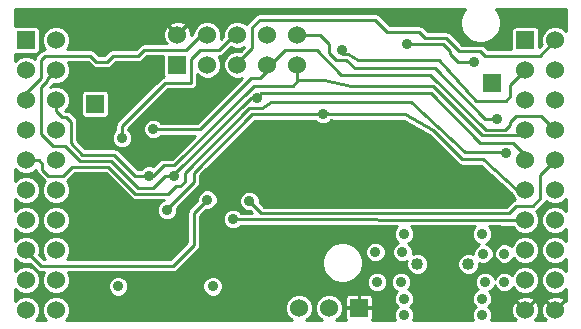
<source format=gbl>
G04 (created by PCBNEW (2013-07-07 BZR 4022)-stable) date 24/01/2014 09:21:15*
%MOIN*%
G04 Gerber Fmt 3.4, Leading zero omitted, Abs format*
%FSLAX34Y34*%
G01*
G70*
G90*
G04 APERTURE LIST*
%ADD10C,0.00590551*%
%ADD11R,0.06X0.06*%
%ADD12C,0.06*%
%ADD13C,0.04*%
%ADD14C,0.035*%
%ADD15C,0.01*%
%ADD16C,0.00984252*%
G04 APERTURE END LIST*
G54D10*
G54D11*
X81100Y-69900D03*
G54D12*
X80100Y-69900D03*
X79100Y-69900D03*
G54D11*
X70000Y-60984D03*
G54D12*
X71000Y-60984D03*
X70000Y-61984D03*
X71000Y-61984D03*
X70000Y-62984D03*
X71000Y-62984D03*
X70000Y-63984D03*
X71000Y-63984D03*
X70000Y-64984D03*
X71000Y-64984D03*
X70000Y-65984D03*
X71000Y-65984D03*
X70000Y-66984D03*
X71000Y-66984D03*
X70000Y-67984D03*
X71000Y-67984D03*
X70000Y-68984D03*
X71000Y-68984D03*
X70000Y-69984D03*
X71000Y-69984D03*
G54D11*
X86650Y-60984D03*
G54D12*
X87650Y-60984D03*
X86650Y-61984D03*
X87650Y-61984D03*
X86650Y-62984D03*
X87650Y-62984D03*
X86650Y-63984D03*
X87650Y-63984D03*
X86650Y-64984D03*
X87650Y-64984D03*
X86650Y-65984D03*
X87650Y-65984D03*
X86650Y-66984D03*
X87650Y-66984D03*
X86650Y-67984D03*
X87650Y-67984D03*
X86650Y-68984D03*
X87650Y-68984D03*
X86650Y-69984D03*
X87650Y-69984D03*
G54D11*
X85550Y-62400D03*
X75050Y-61800D03*
G54D12*
X75050Y-60800D03*
X76050Y-61800D03*
X76050Y-60800D03*
X77050Y-61800D03*
X77050Y-60800D03*
X78050Y-61800D03*
X78050Y-60800D03*
X79050Y-61800D03*
X79050Y-60800D03*
G54D11*
X72300Y-63100D03*
G54D13*
X83050Y-68450D03*
X84750Y-68450D03*
G54D14*
X73076Y-69191D03*
X76225Y-69191D03*
X73200Y-64250D03*
X80550Y-61300D03*
X85700Y-63600D03*
X86000Y-64750D03*
X76900Y-66950D03*
X74250Y-63950D03*
X77700Y-62900D03*
X74950Y-65500D03*
X74100Y-65500D03*
X79900Y-63450D03*
X74700Y-66650D03*
X84950Y-61700D03*
X82700Y-61100D03*
X76050Y-66300D03*
X77450Y-66350D03*
X72400Y-69500D03*
X77600Y-69500D03*
X77600Y-68500D03*
X71850Y-65550D03*
X77300Y-65050D03*
X77700Y-65450D03*
X71800Y-69500D03*
X72400Y-69000D03*
X77600Y-69000D03*
X78300Y-69500D03*
X83875Y-68550D03*
X77100Y-68200D03*
X78400Y-67600D03*
X73150Y-62700D03*
X72500Y-60550D03*
X72450Y-61300D03*
X76150Y-62975D03*
X80450Y-63900D03*
X82700Y-63900D03*
X85200Y-70150D03*
X85200Y-69600D03*
X81700Y-69050D03*
X82500Y-69050D03*
X82600Y-69600D03*
X82600Y-70150D03*
X82600Y-67450D03*
X85200Y-67450D03*
X85250Y-68100D03*
X85950Y-69050D03*
X85300Y-69050D03*
X85950Y-68100D03*
X82550Y-68050D03*
X81650Y-68050D03*
G54D15*
X76050Y-60800D02*
X75850Y-60800D01*
X72350Y-61700D02*
X72700Y-61700D01*
X72700Y-61700D02*
X72900Y-61500D01*
X72900Y-61500D02*
X73750Y-61500D01*
X72150Y-61500D02*
X72350Y-61700D01*
X70650Y-61500D02*
X72150Y-61500D01*
X70500Y-62250D02*
X70500Y-61650D01*
X70000Y-62750D02*
X70500Y-62250D01*
X70000Y-62750D02*
X70000Y-62984D01*
X70500Y-61650D02*
X70650Y-61500D01*
X73950Y-61300D02*
X73750Y-61500D01*
X75350Y-61300D02*
X73950Y-61300D01*
X75850Y-60800D02*
X75350Y-61300D01*
X77550Y-60650D02*
X77550Y-60550D01*
X87134Y-61500D02*
X87650Y-60984D01*
X85300Y-61500D02*
X87134Y-61500D01*
X85150Y-61350D02*
X85300Y-61500D01*
X84450Y-61350D02*
X85150Y-61350D01*
X84000Y-60900D02*
X84450Y-61350D01*
X83300Y-60900D02*
X84000Y-60900D01*
X83100Y-60700D02*
X83300Y-60900D01*
X82050Y-60700D02*
X83100Y-60700D01*
X81650Y-60300D02*
X82050Y-60700D01*
X77800Y-60300D02*
X81650Y-60300D01*
X77550Y-60550D02*
X77800Y-60300D01*
X77050Y-61800D02*
X77050Y-61750D01*
X77550Y-61250D02*
X77550Y-60650D01*
X77550Y-60650D02*
X77550Y-60630D01*
X77050Y-61750D02*
X77550Y-61250D01*
X75500Y-62400D02*
X74650Y-62400D01*
X76950Y-60800D02*
X76450Y-61300D01*
X76450Y-61300D02*
X75800Y-61300D01*
X75800Y-61300D02*
X75500Y-61600D01*
X75500Y-61600D02*
X75500Y-62400D01*
X76950Y-60800D02*
X77050Y-60800D01*
X73200Y-63850D02*
X73200Y-64250D01*
X74650Y-62400D02*
X73200Y-63850D01*
X81065Y-61634D02*
X83784Y-61634D01*
X86150Y-62484D02*
X86650Y-61984D01*
X86150Y-62850D02*
X86150Y-62484D01*
X86000Y-63000D02*
X86150Y-62850D01*
X85000Y-63000D02*
X86000Y-63000D01*
X83784Y-61634D02*
X85000Y-63000D01*
X80550Y-61300D02*
X80430Y-61300D01*
X80730Y-61450D02*
X81065Y-61634D01*
X80580Y-61450D02*
X80730Y-61450D01*
X80430Y-61300D02*
X80580Y-61450D01*
X81065Y-61634D02*
X81080Y-61650D01*
X79050Y-60800D02*
X79800Y-60800D01*
X83650Y-61900D02*
X80975Y-61900D01*
X83650Y-61900D02*
X85300Y-63600D01*
X85300Y-63600D02*
X85700Y-63600D01*
X80975Y-61900D02*
X80675Y-61650D01*
X80350Y-61650D02*
X80675Y-61650D01*
X80100Y-61400D02*
X80350Y-61650D01*
X80100Y-61100D02*
X80100Y-61400D01*
X79800Y-60800D02*
X80100Y-61100D01*
X85200Y-64700D02*
X85950Y-64700D01*
X82850Y-63050D02*
X84645Y-64700D01*
X84645Y-64700D02*
X85200Y-64700D01*
X75300Y-65550D02*
X75300Y-65400D01*
X78180Y-63050D02*
X81100Y-63050D01*
X77880Y-63250D02*
X78180Y-63050D01*
X77450Y-63250D02*
X77880Y-63250D01*
X75300Y-65400D02*
X77450Y-63250D01*
X81100Y-63050D02*
X82850Y-63050D01*
X85950Y-64700D02*
X86000Y-64750D01*
X70000Y-64984D02*
X70434Y-64984D01*
X75300Y-65700D02*
X75300Y-65550D01*
X75300Y-65550D02*
X75300Y-65533D01*
X75150Y-65850D02*
X75300Y-65700D01*
X75000Y-65850D02*
X75150Y-65850D01*
X74750Y-66100D02*
X75000Y-65850D01*
X73650Y-66100D02*
X74750Y-66100D01*
X72750Y-65200D02*
X73650Y-66100D01*
X71550Y-65200D02*
X72750Y-65200D01*
X71250Y-65500D02*
X71550Y-65200D01*
X70750Y-65500D02*
X71250Y-65500D01*
X70550Y-65300D02*
X70750Y-65500D01*
X70550Y-65100D02*
X70550Y-65300D01*
X70434Y-64984D02*
X70550Y-65100D01*
X76900Y-66950D02*
X86650Y-66984D01*
X79450Y-61300D02*
X79700Y-61300D01*
X78150Y-61800D02*
X78650Y-61300D01*
X78650Y-61300D02*
X79450Y-61300D01*
X78050Y-61800D02*
X78150Y-61800D01*
X87166Y-63500D02*
X87650Y-63984D01*
X86350Y-63500D02*
X87166Y-63500D01*
X86150Y-63700D02*
X86350Y-63500D01*
X86150Y-63800D02*
X86150Y-63700D01*
X85980Y-63969D02*
X86150Y-63800D01*
X85350Y-63969D02*
X85980Y-63969D01*
X83480Y-62150D02*
X85350Y-63969D01*
X80500Y-62150D02*
X83480Y-62150D01*
X79700Y-61300D02*
X80500Y-62150D01*
X78050Y-61800D02*
X78050Y-62000D01*
X75800Y-63950D02*
X74250Y-63950D01*
X77500Y-62250D02*
X75800Y-63950D01*
X77800Y-62250D02*
X77500Y-62250D01*
X78050Y-62000D02*
X77800Y-62250D01*
X74950Y-65500D02*
X74950Y-65450D01*
X77500Y-62900D02*
X77700Y-62900D01*
X74950Y-65450D02*
X77500Y-62900D01*
X86650Y-64984D02*
X86650Y-64800D01*
X86650Y-64800D02*
X86250Y-64400D01*
X86250Y-64400D02*
X85150Y-64400D01*
X85150Y-64400D02*
X83500Y-62750D01*
X83500Y-62750D02*
X77850Y-62750D01*
X77850Y-62750D02*
X77700Y-62900D01*
X70500Y-64100D02*
X70500Y-62550D01*
X74650Y-65500D02*
X74250Y-65900D01*
X74250Y-65900D02*
X73750Y-65900D01*
X73750Y-65900D02*
X72850Y-65000D01*
X72850Y-65000D02*
X71800Y-65000D01*
X71800Y-65000D02*
X71300Y-64500D01*
X71300Y-64500D02*
X70900Y-64500D01*
X70900Y-64500D02*
X70500Y-64100D01*
X74950Y-65500D02*
X74650Y-65500D01*
X70700Y-62284D02*
X71000Y-61984D01*
X70700Y-62350D02*
X70700Y-62284D01*
X70500Y-62550D02*
X70700Y-62350D01*
X74950Y-65500D02*
X75000Y-65500D01*
X80850Y-62500D02*
X79950Y-62300D01*
X86650Y-63984D02*
X86484Y-64150D01*
X85200Y-64150D02*
X86484Y-64150D01*
X83580Y-62530D02*
X85200Y-64150D01*
X80850Y-62500D02*
X83580Y-62530D01*
X79050Y-62310D02*
X79050Y-62350D01*
X79950Y-62300D02*
X79050Y-62310D01*
X74100Y-65500D02*
X74250Y-65500D01*
X79050Y-62350D02*
X79050Y-61800D01*
X78900Y-62500D02*
X79050Y-62350D01*
X77600Y-62500D02*
X78900Y-62500D01*
X74950Y-65150D02*
X77600Y-62500D01*
X74600Y-65150D02*
X74950Y-65150D01*
X74250Y-65500D02*
X74600Y-65150D01*
X79050Y-61800D02*
X79045Y-61800D01*
X71000Y-62984D02*
X71000Y-63350D01*
X73650Y-65500D02*
X74100Y-65500D01*
X72950Y-64800D02*
X73650Y-65500D01*
X71880Y-64800D02*
X72950Y-64800D01*
X71500Y-64419D02*
X71880Y-64800D01*
X71500Y-63700D02*
X71500Y-64419D01*
X71350Y-63550D02*
X71500Y-63700D01*
X71200Y-63550D02*
X71350Y-63550D01*
X71000Y-63350D02*
X71200Y-63550D01*
X74700Y-66650D02*
X74700Y-66600D01*
X78550Y-63450D02*
X79900Y-63450D01*
X77550Y-63450D02*
X78550Y-63450D01*
X75600Y-65400D02*
X77550Y-63450D01*
X75600Y-65700D02*
X75600Y-65400D01*
X74700Y-66600D02*
X75600Y-65700D01*
X86650Y-65984D02*
X86384Y-65984D01*
X80250Y-63450D02*
X82650Y-63450D01*
X79900Y-63450D02*
X79900Y-63430D01*
X79900Y-63430D02*
X80250Y-63450D01*
X82650Y-63450D02*
X83570Y-63979D01*
X84540Y-64950D02*
X83570Y-63979D01*
X85250Y-64950D02*
X84540Y-64950D01*
X86384Y-65984D02*
X85250Y-64950D01*
X82700Y-61100D02*
X83900Y-61100D01*
X84400Y-61700D02*
X84950Y-61700D01*
X84150Y-61450D02*
X84400Y-61700D01*
X84150Y-61350D02*
X84150Y-61450D01*
X83900Y-61100D02*
X84150Y-61350D01*
X70000Y-68000D02*
X70000Y-67984D01*
X70500Y-68500D02*
X74250Y-68500D01*
X70000Y-68000D02*
X70500Y-68500D01*
X74900Y-68500D02*
X74250Y-68500D01*
X75600Y-67800D02*
X74900Y-68500D01*
X75600Y-66750D02*
X75600Y-67800D01*
X76050Y-66300D02*
X75600Y-66750D01*
X78200Y-66750D02*
X77850Y-66750D01*
X86350Y-66500D02*
X86100Y-66750D01*
X86100Y-66750D02*
X78200Y-66750D01*
X87650Y-64984D02*
X87150Y-65484D01*
X87150Y-66250D02*
X87150Y-65484D01*
X86900Y-66500D02*
X87150Y-66250D01*
X86900Y-66500D02*
X86350Y-66500D01*
X77850Y-66750D02*
X77450Y-66350D01*
X77800Y-68200D02*
X77100Y-68200D01*
X78400Y-67600D02*
X77800Y-68200D01*
X73150Y-62700D02*
X73150Y-63375D01*
X72500Y-61250D02*
X72500Y-60550D01*
X72450Y-61300D02*
X72500Y-61250D01*
X74675Y-62975D02*
X76150Y-62975D01*
X73775Y-63875D02*
X74675Y-62975D01*
X73775Y-64300D02*
X73775Y-63875D01*
X73475Y-64600D02*
X73775Y-64300D01*
X73000Y-64600D02*
X73475Y-64600D01*
X72825Y-64425D02*
X73000Y-64600D01*
X72825Y-63700D02*
X72825Y-64425D01*
X73150Y-63375D02*
X72825Y-63700D01*
X80450Y-63900D02*
X82700Y-63900D01*
G54D10*
G36*
X77283Y-61209D02*
X77155Y-61337D01*
X77143Y-61332D01*
X76957Y-61332D01*
X76785Y-61403D01*
X76654Y-61534D01*
X76582Y-61706D01*
X76582Y-61892D01*
X76653Y-62064D01*
X76784Y-62195D01*
X76956Y-62267D01*
X77142Y-62267D01*
X77198Y-62244D01*
X75709Y-63732D01*
X74516Y-63732D01*
X74444Y-63659D01*
X74318Y-63607D01*
X74182Y-63607D01*
X74056Y-63659D01*
X73959Y-63755D01*
X73907Y-63881D01*
X73907Y-64017D01*
X73959Y-64143D01*
X74055Y-64240D01*
X74181Y-64292D01*
X74317Y-64292D01*
X74443Y-64240D01*
X74516Y-64167D01*
X75625Y-64167D01*
X74859Y-64932D01*
X74600Y-64932D01*
X74516Y-64949D01*
X74446Y-64996D01*
X74446Y-64996D01*
X74446Y-64996D01*
X74250Y-65191D01*
X74168Y-65157D01*
X74032Y-65157D01*
X73906Y-65209D01*
X73833Y-65282D01*
X73740Y-65282D01*
X73103Y-64646D01*
X73033Y-64599D01*
X72950Y-64582D01*
X72767Y-64582D01*
X72767Y-63366D01*
X72767Y-62766D01*
X72741Y-62705D01*
X72694Y-62658D01*
X72633Y-62632D01*
X72566Y-62632D01*
X71966Y-62632D01*
X71905Y-62658D01*
X71858Y-62705D01*
X71832Y-62766D01*
X71832Y-62833D01*
X71832Y-63433D01*
X71858Y-63494D01*
X71905Y-63541D01*
X71966Y-63567D01*
X72033Y-63567D01*
X72633Y-63567D01*
X72694Y-63541D01*
X72741Y-63494D01*
X72767Y-63433D01*
X72767Y-63366D01*
X72767Y-64582D01*
X71970Y-64582D01*
X71717Y-64329D01*
X71717Y-63700D01*
X71700Y-63616D01*
X71700Y-63616D01*
X71653Y-63546D01*
X71503Y-63396D01*
X71433Y-63349D01*
X71350Y-63332D01*
X71312Y-63332D01*
X71395Y-63249D01*
X71467Y-63077D01*
X71467Y-62891D01*
X71396Y-62719D01*
X71265Y-62588D01*
X71093Y-62516D01*
X70907Y-62516D01*
X70793Y-62563D01*
X70853Y-62503D01*
X70892Y-62445D01*
X70906Y-62451D01*
X71092Y-62451D01*
X71264Y-62380D01*
X71395Y-62249D01*
X71467Y-62077D01*
X71467Y-61891D01*
X71396Y-61719D01*
X71394Y-61717D01*
X72059Y-61717D01*
X72196Y-61853D01*
X72266Y-61900D01*
X72266Y-61900D01*
X72350Y-61917D01*
X72700Y-61917D01*
X72783Y-61900D01*
X72783Y-61900D01*
X72853Y-61853D01*
X72990Y-61717D01*
X73750Y-61717D01*
X73833Y-61700D01*
X73833Y-61700D01*
X73903Y-61653D01*
X74040Y-61517D01*
X74582Y-61517D01*
X74582Y-61533D01*
X74582Y-62133D01*
X74606Y-62191D01*
X74566Y-62199D01*
X74496Y-62246D01*
X73046Y-63696D01*
X72999Y-63766D01*
X72982Y-63850D01*
X72982Y-63983D01*
X72909Y-64055D01*
X72857Y-64181D01*
X72857Y-64317D01*
X72909Y-64443D01*
X73005Y-64540D01*
X73131Y-64592D01*
X73267Y-64592D01*
X73393Y-64540D01*
X73490Y-64444D01*
X73542Y-64318D01*
X73542Y-64182D01*
X73490Y-64056D01*
X73417Y-63983D01*
X73417Y-63940D01*
X74740Y-62617D01*
X75500Y-62617D01*
X75583Y-62600D01*
X75653Y-62553D01*
X75700Y-62483D01*
X75717Y-62400D01*
X75717Y-62128D01*
X75784Y-62195D01*
X75956Y-62267D01*
X76142Y-62267D01*
X76314Y-62196D01*
X76445Y-62065D01*
X76517Y-61893D01*
X76517Y-61707D01*
X76446Y-61535D01*
X76428Y-61517D01*
X76450Y-61517D01*
X76533Y-61500D01*
X76533Y-61500D01*
X76603Y-61453D01*
X76838Y-61218D01*
X76956Y-61267D01*
X77142Y-61267D01*
X77283Y-61209D01*
X77283Y-61209D01*
G37*
G54D16*
X77283Y-61209D02*
X77155Y-61337D01*
X77143Y-61332D01*
X76957Y-61332D01*
X76785Y-61403D01*
X76654Y-61534D01*
X76582Y-61706D01*
X76582Y-61892D01*
X76653Y-62064D01*
X76784Y-62195D01*
X76956Y-62267D01*
X77142Y-62267D01*
X77198Y-62244D01*
X75709Y-63732D01*
X74516Y-63732D01*
X74444Y-63659D01*
X74318Y-63607D01*
X74182Y-63607D01*
X74056Y-63659D01*
X73959Y-63755D01*
X73907Y-63881D01*
X73907Y-64017D01*
X73959Y-64143D01*
X74055Y-64240D01*
X74181Y-64292D01*
X74317Y-64292D01*
X74443Y-64240D01*
X74516Y-64167D01*
X75625Y-64167D01*
X74859Y-64932D01*
X74600Y-64932D01*
X74516Y-64949D01*
X74446Y-64996D01*
X74446Y-64996D01*
X74446Y-64996D01*
X74250Y-65191D01*
X74168Y-65157D01*
X74032Y-65157D01*
X73906Y-65209D01*
X73833Y-65282D01*
X73740Y-65282D01*
X73103Y-64646D01*
X73033Y-64599D01*
X72950Y-64582D01*
X72767Y-64582D01*
X72767Y-63366D01*
X72767Y-62766D01*
X72741Y-62705D01*
X72694Y-62658D01*
X72633Y-62632D01*
X72566Y-62632D01*
X71966Y-62632D01*
X71905Y-62658D01*
X71858Y-62705D01*
X71832Y-62766D01*
X71832Y-62833D01*
X71832Y-63433D01*
X71858Y-63494D01*
X71905Y-63541D01*
X71966Y-63567D01*
X72033Y-63567D01*
X72633Y-63567D01*
X72694Y-63541D01*
X72741Y-63494D01*
X72767Y-63433D01*
X72767Y-63366D01*
X72767Y-64582D01*
X71970Y-64582D01*
X71717Y-64329D01*
X71717Y-63700D01*
X71700Y-63616D01*
X71700Y-63616D01*
X71653Y-63546D01*
X71503Y-63396D01*
X71433Y-63349D01*
X71350Y-63332D01*
X71312Y-63332D01*
X71395Y-63249D01*
X71467Y-63077D01*
X71467Y-62891D01*
X71396Y-62719D01*
X71265Y-62588D01*
X71093Y-62516D01*
X70907Y-62516D01*
X70793Y-62563D01*
X70853Y-62503D01*
X70892Y-62445D01*
X70906Y-62451D01*
X71092Y-62451D01*
X71264Y-62380D01*
X71395Y-62249D01*
X71467Y-62077D01*
X71467Y-61891D01*
X71396Y-61719D01*
X71394Y-61717D01*
X72059Y-61717D01*
X72196Y-61853D01*
X72266Y-61900D01*
X72266Y-61900D01*
X72350Y-61917D01*
X72700Y-61917D01*
X72783Y-61900D01*
X72783Y-61900D01*
X72853Y-61853D01*
X72990Y-61717D01*
X73750Y-61717D01*
X73833Y-61700D01*
X73833Y-61700D01*
X73903Y-61653D01*
X74040Y-61517D01*
X74582Y-61517D01*
X74582Y-61533D01*
X74582Y-62133D01*
X74606Y-62191D01*
X74566Y-62199D01*
X74496Y-62246D01*
X73046Y-63696D01*
X72999Y-63766D01*
X72982Y-63850D01*
X72982Y-63983D01*
X72909Y-64055D01*
X72857Y-64181D01*
X72857Y-64317D01*
X72909Y-64443D01*
X73005Y-64540D01*
X73131Y-64592D01*
X73267Y-64592D01*
X73393Y-64540D01*
X73490Y-64444D01*
X73542Y-64318D01*
X73542Y-64182D01*
X73490Y-64056D01*
X73417Y-63983D01*
X73417Y-63940D01*
X74740Y-62617D01*
X75500Y-62617D01*
X75583Y-62600D01*
X75653Y-62553D01*
X75700Y-62483D01*
X75717Y-62400D01*
X75717Y-62128D01*
X75784Y-62195D01*
X75956Y-62267D01*
X76142Y-62267D01*
X76314Y-62196D01*
X76445Y-62065D01*
X76517Y-61893D01*
X76517Y-61707D01*
X76446Y-61535D01*
X76428Y-61517D01*
X76450Y-61517D01*
X76533Y-61500D01*
X76533Y-61500D01*
X76603Y-61453D01*
X76838Y-61218D01*
X76956Y-61267D01*
X77142Y-61267D01*
X77283Y-61209D01*
G54D10*
G36*
X88003Y-60676D02*
X87915Y-60588D01*
X87743Y-60516D01*
X87557Y-60516D01*
X87385Y-60587D01*
X87254Y-60718D01*
X87182Y-60890D01*
X87182Y-61076D01*
X87202Y-61124D01*
X87117Y-61209D01*
X87117Y-60650D01*
X87091Y-60589D01*
X87044Y-60542D01*
X86983Y-60516D01*
X86916Y-60516D01*
X86316Y-60516D01*
X86255Y-60542D01*
X86208Y-60589D01*
X86182Y-60650D01*
X86182Y-60717D01*
X86182Y-61282D01*
X85390Y-61282D01*
X85303Y-61196D01*
X85233Y-61149D01*
X85150Y-61132D01*
X84540Y-61132D01*
X84153Y-60746D01*
X84083Y-60699D01*
X84000Y-60682D01*
X83390Y-60682D01*
X83253Y-60546D01*
X83183Y-60499D01*
X83100Y-60482D01*
X82140Y-60482D01*
X81803Y-60146D01*
X81733Y-60099D01*
X81650Y-60082D01*
X77800Y-60082D01*
X77716Y-60099D01*
X77646Y-60146D01*
X77396Y-60396D01*
X77360Y-60449D01*
X77315Y-60404D01*
X77143Y-60332D01*
X76957Y-60332D01*
X76785Y-60403D01*
X76654Y-60534D01*
X76582Y-60706D01*
X76582Y-60860D01*
X76494Y-60948D01*
X76517Y-60893D01*
X76517Y-60707D01*
X76446Y-60535D01*
X76315Y-60404D01*
X76143Y-60332D01*
X75957Y-60332D01*
X75785Y-60403D01*
X75654Y-60534D01*
X75582Y-60706D01*
X75582Y-60759D01*
X75516Y-60825D01*
X75518Y-60715D01*
X75451Y-60542D01*
X75441Y-60527D01*
X75364Y-60499D01*
X75350Y-60513D01*
X75350Y-60485D01*
X75322Y-60408D01*
X75151Y-60334D01*
X74965Y-60331D01*
X74792Y-60398D01*
X74777Y-60408D01*
X74749Y-60485D01*
X75050Y-60786D01*
X75350Y-60485D01*
X75350Y-60513D01*
X75063Y-60800D01*
X75069Y-60805D01*
X75055Y-60819D01*
X75050Y-60813D01*
X75044Y-60819D01*
X75030Y-60805D01*
X75036Y-60800D01*
X74735Y-60499D01*
X74658Y-60527D01*
X74584Y-60698D01*
X74581Y-60884D01*
X74648Y-61057D01*
X74658Y-61072D01*
X74687Y-61082D01*
X73950Y-61082D01*
X73866Y-61099D01*
X73796Y-61146D01*
X73659Y-61282D01*
X72900Y-61282D01*
X72816Y-61299D01*
X72746Y-61346D01*
X72609Y-61482D01*
X72440Y-61482D01*
X72303Y-61346D01*
X72233Y-61299D01*
X72150Y-61282D01*
X71362Y-61282D01*
X71395Y-61249D01*
X71467Y-61077D01*
X71467Y-60891D01*
X71396Y-60719D01*
X71265Y-60588D01*
X71093Y-60516D01*
X70907Y-60516D01*
X70735Y-60587D01*
X70604Y-60718D01*
X70532Y-60890D01*
X70532Y-61076D01*
X70603Y-61248D01*
X70639Y-61284D01*
X70566Y-61299D01*
X70496Y-61346D01*
X70346Y-61496D01*
X70299Y-61566D01*
X70290Y-61613D01*
X70265Y-61588D01*
X70093Y-61516D01*
X69907Y-61516D01*
X69735Y-61587D01*
X69646Y-61676D01*
X69646Y-61443D01*
X69666Y-61451D01*
X69733Y-61451D01*
X70333Y-61451D01*
X70394Y-61425D01*
X70441Y-61378D01*
X70467Y-61317D01*
X70467Y-61250D01*
X70467Y-60650D01*
X70441Y-60589D01*
X70394Y-60542D01*
X70333Y-60516D01*
X70266Y-60516D01*
X69666Y-60516D01*
X69646Y-60524D01*
X69646Y-59946D01*
X84626Y-59946D01*
X84524Y-60098D01*
X84524Y-60099D01*
X84494Y-60170D01*
X84456Y-60361D01*
X84456Y-60400D01*
X84456Y-60438D01*
X84494Y-60629D01*
X84524Y-60700D01*
X84524Y-60701D01*
X84632Y-60862D01*
X84686Y-60917D01*
X84687Y-60917D01*
X84848Y-61025D01*
X84849Y-61025D01*
X84920Y-61055D01*
X85110Y-61092D01*
X85111Y-61093D01*
X85188Y-61093D01*
X85379Y-61055D01*
X85450Y-61025D01*
X85451Y-61025D01*
X85612Y-60917D01*
X85667Y-60863D01*
X85667Y-60862D01*
X85775Y-60701D01*
X85775Y-60700D01*
X85805Y-60629D01*
X85842Y-60438D01*
X85842Y-60438D01*
X85842Y-60438D01*
X85842Y-60438D01*
X85842Y-60400D01*
X85842Y-60361D01*
X85842Y-60361D01*
X85842Y-60361D01*
X85842Y-60361D01*
X85805Y-60170D01*
X85775Y-60099D01*
X85775Y-60098D01*
X85673Y-59946D01*
X88003Y-59946D01*
X88003Y-60676D01*
X88003Y-60676D01*
G37*
G54D16*
X88003Y-60676D02*
X87915Y-60588D01*
X87743Y-60516D01*
X87557Y-60516D01*
X87385Y-60587D01*
X87254Y-60718D01*
X87182Y-60890D01*
X87182Y-61076D01*
X87202Y-61124D01*
X87117Y-61209D01*
X87117Y-60650D01*
X87091Y-60589D01*
X87044Y-60542D01*
X86983Y-60516D01*
X86916Y-60516D01*
X86316Y-60516D01*
X86255Y-60542D01*
X86208Y-60589D01*
X86182Y-60650D01*
X86182Y-60717D01*
X86182Y-61282D01*
X85390Y-61282D01*
X85303Y-61196D01*
X85233Y-61149D01*
X85150Y-61132D01*
X84540Y-61132D01*
X84153Y-60746D01*
X84083Y-60699D01*
X84000Y-60682D01*
X83390Y-60682D01*
X83253Y-60546D01*
X83183Y-60499D01*
X83100Y-60482D01*
X82140Y-60482D01*
X81803Y-60146D01*
X81733Y-60099D01*
X81650Y-60082D01*
X77800Y-60082D01*
X77716Y-60099D01*
X77646Y-60146D01*
X77396Y-60396D01*
X77360Y-60449D01*
X77315Y-60404D01*
X77143Y-60332D01*
X76957Y-60332D01*
X76785Y-60403D01*
X76654Y-60534D01*
X76582Y-60706D01*
X76582Y-60860D01*
X76494Y-60948D01*
X76517Y-60893D01*
X76517Y-60707D01*
X76446Y-60535D01*
X76315Y-60404D01*
X76143Y-60332D01*
X75957Y-60332D01*
X75785Y-60403D01*
X75654Y-60534D01*
X75582Y-60706D01*
X75582Y-60759D01*
X75516Y-60825D01*
X75518Y-60715D01*
X75451Y-60542D01*
X75441Y-60527D01*
X75364Y-60499D01*
X75350Y-60513D01*
X75350Y-60485D01*
X75322Y-60408D01*
X75151Y-60334D01*
X74965Y-60331D01*
X74792Y-60398D01*
X74777Y-60408D01*
X74749Y-60485D01*
X75050Y-60786D01*
X75350Y-60485D01*
X75350Y-60513D01*
X75063Y-60800D01*
X75069Y-60805D01*
X75055Y-60819D01*
X75050Y-60813D01*
X75044Y-60819D01*
X75030Y-60805D01*
X75036Y-60800D01*
X74735Y-60499D01*
X74658Y-60527D01*
X74584Y-60698D01*
X74581Y-60884D01*
X74648Y-61057D01*
X74658Y-61072D01*
X74687Y-61082D01*
X73950Y-61082D01*
X73866Y-61099D01*
X73796Y-61146D01*
X73659Y-61282D01*
X72900Y-61282D01*
X72816Y-61299D01*
X72746Y-61346D01*
X72609Y-61482D01*
X72440Y-61482D01*
X72303Y-61346D01*
X72233Y-61299D01*
X72150Y-61282D01*
X71362Y-61282D01*
X71395Y-61249D01*
X71467Y-61077D01*
X71467Y-60891D01*
X71396Y-60719D01*
X71265Y-60588D01*
X71093Y-60516D01*
X70907Y-60516D01*
X70735Y-60587D01*
X70604Y-60718D01*
X70532Y-60890D01*
X70532Y-61076D01*
X70603Y-61248D01*
X70639Y-61284D01*
X70566Y-61299D01*
X70496Y-61346D01*
X70346Y-61496D01*
X70299Y-61566D01*
X70290Y-61613D01*
X70265Y-61588D01*
X70093Y-61516D01*
X69907Y-61516D01*
X69735Y-61587D01*
X69646Y-61676D01*
X69646Y-61443D01*
X69666Y-61451D01*
X69733Y-61451D01*
X70333Y-61451D01*
X70394Y-61425D01*
X70441Y-61378D01*
X70467Y-61317D01*
X70467Y-61250D01*
X70467Y-60650D01*
X70441Y-60589D01*
X70394Y-60542D01*
X70333Y-60516D01*
X70266Y-60516D01*
X69666Y-60516D01*
X69646Y-60524D01*
X69646Y-59946D01*
X84626Y-59946D01*
X84524Y-60098D01*
X84524Y-60099D01*
X84494Y-60170D01*
X84456Y-60361D01*
X84456Y-60400D01*
X84456Y-60438D01*
X84494Y-60629D01*
X84524Y-60700D01*
X84524Y-60701D01*
X84632Y-60862D01*
X84686Y-60917D01*
X84687Y-60917D01*
X84848Y-61025D01*
X84849Y-61025D01*
X84920Y-61055D01*
X85110Y-61092D01*
X85111Y-61093D01*
X85188Y-61093D01*
X85379Y-61055D01*
X85450Y-61025D01*
X85451Y-61025D01*
X85612Y-60917D01*
X85667Y-60863D01*
X85667Y-60862D01*
X85775Y-60701D01*
X85775Y-60700D01*
X85805Y-60629D01*
X85842Y-60438D01*
X85842Y-60438D01*
X85842Y-60438D01*
X85842Y-60438D01*
X85842Y-60400D01*
X85842Y-60361D01*
X85842Y-60361D01*
X85842Y-60361D01*
X85842Y-60361D01*
X85805Y-60170D01*
X85775Y-60099D01*
X85775Y-60098D01*
X85673Y-59946D01*
X88003Y-59946D01*
X88003Y-60676D01*
G54D10*
G36*
X88003Y-69697D02*
X87964Y-69683D01*
X87950Y-69697D01*
X87950Y-69669D01*
X87922Y-69592D01*
X87751Y-69518D01*
X87565Y-69515D01*
X87392Y-69582D01*
X87377Y-69592D01*
X87349Y-69669D01*
X87650Y-69970D01*
X87950Y-69669D01*
X87950Y-69697D01*
X87663Y-69984D01*
X87669Y-69989D01*
X87655Y-70003D01*
X87650Y-69997D01*
X87644Y-70003D01*
X87636Y-69995D01*
X87630Y-69989D01*
X87636Y-69984D01*
X87335Y-69683D01*
X87258Y-69711D01*
X87184Y-69882D01*
X87181Y-70068D01*
X87248Y-70241D01*
X87258Y-70256D01*
X87335Y-70284D01*
X87316Y-70303D01*
X87118Y-70303D01*
X86983Y-70303D01*
X86964Y-70284D01*
X87041Y-70256D01*
X87115Y-70085D01*
X87118Y-69899D01*
X87051Y-69726D01*
X87041Y-69711D01*
X86964Y-69683D01*
X86950Y-69697D01*
X86950Y-69669D01*
X86922Y-69592D01*
X86751Y-69518D01*
X86565Y-69515D01*
X86392Y-69582D01*
X86377Y-69592D01*
X86349Y-69669D01*
X86650Y-69970D01*
X86950Y-69669D01*
X86950Y-69697D01*
X86663Y-69984D01*
X86669Y-69989D01*
X86655Y-70003D01*
X86650Y-69997D01*
X86644Y-70003D01*
X86636Y-69995D01*
X86630Y-69989D01*
X86636Y-69984D01*
X86335Y-69683D01*
X86258Y-69711D01*
X86184Y-69882D01*
X86181Y-70068D01*
X86248Y-70241D01*
X86258Y-70256D01*
X86335Y-70284D01*
X86316Y-70303D01*
X85507Y-70303D01*
X85542Y-70218D01*
X85542Y-70082D01*
X85490Y-69956D01*
X85409Y-69874D01*
X85490Y-69794D01*
X85542Y-69668D01*
X85542Y-69532D01*
X85490Y-69406D01*
X85444Y-69360D01*
X85493Y-69340D01*
X85590Y-69244D01*
X85625Y-69159D01*
X85659Y-69243D01*
X85755Y-69340D01*
X85881Y-69392D01*
X86017Y-69392D01*
X86143Y-69340D01*
X86240Y-69244D01*
X86245Y-69229D01*
X86253Y-69248D01*
X86384Y-69379D01*
X86556Y-69451D01*
X86742Y-69451D01*
X86914Y-69380D01*
X87045Y-69249D01*
X87117Y-69077D01*
X87117Y-68891D01*
X87117Y-67891D01*
X87046Y-67719D01*
X86915Y-67588D01*
X86743Y-67516D01*
X86557Y-67516D01*
X86385Y-67587D01*
X86254Y-67718D01*
X86195Y-67860D01*
X86144Y-67809D01*
X86018Y-67757D01*
X85882Y-67757D01*
X85756Y-67809D01*
X85659Y-67905D01*
X85607Y-68031D01*
X85607Y-68167D01*
X85659Y-68293D01*
X85755Y-68390D01*
X85881Y-68442D01*
X86017Y-68442D01*
X86143Y-68390D01*
X86240Y-68294D01*
X86257Y-68252D01*
X86384Y-68379D01*
X86556Y-68451D01*
X86742Y-68451D01*
X86914Y-68380D01*
X87045Y-68249D01*
X87117Y-68077D01*
X87117Y-67891D01*
X87117Y-68891D01*
X87046Y-68719D01*
X86915Y-68588D01*
X86743Y-68516D01*
X86557Y-68516D01*
X86385Y-68587D01*
X86254Y-68718D01*
X86209Y-68825D01*
X86144Y-68759D01*
X86018Y-68707D01*
X85882Y-68707D01*
X85756Y-68759D01*
X85659Y-68855D01*
X85624Y-68940D01*
X85590Y-68856D01*
X85494Y-68759D01*
X85368Y-68707D01*
X85232Y-68707D01*
X85106Y-68759D01*
X85009Y-68855D01*
X84957Y-68981D01*
X84957Y-69117D01*
X85009Y-69243D01*
X85055Y-69289D01*
X85006Y-69309D01*
X84909Y-69405D01*
X84857Y-69531D01*
X84857Y-69667D01*
X84909Y-69793D01*
X84990Y-69875D01*
X84909Y-69955D01*
X84857Y-70081D01*
X84857Y-70217D01*
X84892Y-70303D01*
X82907Y-70303D01*
X82942Y-70218D01*
X82942Y-70082D01*
X82890Y-69956D01*
X82809Y-69874D01*
X82890Y-69794D01*
X82942Y-69668D01*
X82942Y-69532D01*
X82890Y-69406D01*
X82794Y-69309D01*
X82744Y-69289D01*
X82790Y-69244D01*
X82842Y-69118D01*
X82842Y-68982D01*
X82790Y-68856D01*
X82694Y-68759D01*
X82568Y-68707D01*
X82432Y-68707D01*
X82306Y-68759D01*
X82209Y-68855D01*
X82157Y-68981D01*
X82157Y-69117D01*
X82209Y-69243D01*
X82305Y-69340D01*
X82355Y-69360D01*
X82309Y-69405D01*
X82257Y-69531D01*
X82257Y-69667D01*
X82309Y-69793D01*
X82390Y-69875D01*
X82309Y-69955D01*
X82257Y-70081D01*
X82257Y-70217D01*
X82292Y-70303D01*
X82042Y-70303D01*
X82042Y-68982D01*
X81992Y-68861D01*
X81992Y-67982D01*
X81940Y-67856D01*
X81844Y-67759D01*
X81718Y-67707D01*
X81582Y-67707D01*
X81456Y-67759D01*
X81359Y-67855D01*
X81307Y-67981D01*
X81307Y-68117D01*
X81359Y-68243D01*
X81455Y-68340D01*
X81581Y-68392D01*
X81717Y-68392D01*
X81843Y-68340D01*
X81940Y-68244D01*
X81992Y-68118D01*
X81992Y-67982D01*
X81992Y-68861D01*
X81990Y-68856D01*
X81894Y-68759D01*
X81768Y-68707D01*
X81632Y-68707D01*
X81506Y-68759D01*
X81409Y-68855D01*
X81357Y-68981D01*
X81357Y-69117D01*
X81409Y-69243D01*
X81505Y-69340D01*
X81631Y-69392D01*
X81767Y-69392D01*
X81893Y-69340D01*
X81990Y-69244D01*
X82042Y-69118D01*
X82042Y-68982D01*
X82042Y-70303D01*
X81533Y-70303D01*
X81541Y-70294D01*
X81567Y-70233D01*
X81567Y-70166D01*
X81567Y-69633D01*
X81567Y-69566D01*
X81541Y-69505D01*
X81494Y-69458D01*
X81433Y-69432D01*
X81242Y-69432D01*
X81242Y-68438D01*
X81242Y-68400D01*
X81242Y-68361D01*
X81242Y-68361D01*
X81242Y-68361D01*
X81242Y-68361D01*
X81205Y-68170D01*
X81175Y-68099D01*
X81175Y-68098D01*
X81067Y-67937D01*
X81067Y-67936D01*
X81012Y-67882D01*
X80851Y-67774D01*
X80850Y-67774D01*
X80779Y-67744D01*
X80588Y-67706D01*
X80511Y-67706D01*
X80510Y-67707D01*
X80320Y-67744D01*
X80249Y-67774D01*
X80248Y-67774D01*
X80087Y-67882D01*
X80086Y-67882D01*
X80032Y-67937D01*
X79924Y-68098D01*
X79924Y-68099D01*
X79894Y-68170D01*
X79856Y-68361D01*
X79856Y-68400D01*
X79856Y-68438D01*
X79894Y-68629D01*
X79924Y-68700D01*
X79924Y-68701D01*
X80032Y-68862D01*
X80086Y-68917D01*
X80087Y-68917D01*
X80248Y-69025D01*
X80249Y-69025D01*
X80320Y-69055D01*
X80510Y-69092D01*
X80511Y-69093D01*
X80588Y-69093D01*
X80779Y-69055D01*
X80850Y-69025D01*
X80851Y-69025D01*
X81012Y-68917D01*
X81067Y-68863D01*
X81067Y-68862D01*
X81175Y-68701D01*
X81175Y-68700D01*
X81205Y-68629D01*
X81242Y-68438D01*
X81242Y-68438D01*
X81242Y-68438D01*
X81242Y-68438D01*
X81242Y-69432D01*
X81151Y-69432D01*
X81109Y-69474D01*
X81109Y-69890D01*
X81525Y-69890D01*
X81567Y-69848D01*
X81567Y-69633D01*
X81567Y-70166D01*
X81567Y-69951D01*
X81525Y-69909D01*
X81109Y-69909D01*
X81109Y-69917D01*
X81090Y-69917D01*
X81090Y-69909D01*
X81090Y-69890D01*
X81090Y-69474D01*
X81048Y-69432D01*
X80766Y-69432D01*
X80705Y-69458D01*
X80658Y-69505D01*
X80632Y-69566D01*
X80632Y-69633D01*
X80632Y-69848D01*
X80674Y-69890D01*
X81090Y-69890D01*
X81090Y-69909D01*
X80674Y-69909D01*
X80632Y-69951D01*
X80632Y-70166D01*
X80632Y-70233D01*
X80658Y-70294D01*
X80666Y-70303D01*
X80348Y-70303D01*
X80364Y-70296D01*
X80495Y-70165D01*
X80567Y-69993D01*
X80567Y-69807D01*
X80496Y-69635D01*
X80365Y-69504D01*
X80193Y-69432D01*
X80007Y-69432D01*
X79835Y-69503D01*
X79704Y-69634D01*
X79632Y-69806D01*
X79632Y-69992D01*
X79703Y-70164D01*
X79834Y-70295D01*
X79852Y-70303D01*
X79348Y-70303D01*
X79364Y-70296D01*
X79495Y-70165D01*
X79567Y-69993D01*
X79567Y-69807D01*
X79496Y-69635D01*
X79365Y-69504D01*
X79193Y-69432D01*
X79007Y-69432D01*
X78835Y-69503D01*
X78704Y-69634D01*
X78632Y-69806D01*
X78632Y-69992D01*
X78703Y-70164D01*
X78834Y-70295D01*
X78852Y-70303D01*
X76568Y-70303D01*
X76568Y-69123D01*
X76516Y-68997D01*
X76420Y-68901D01*
X76294Y-68849D01*
X76158Y-68848D01*
X76032Y-68900D01*
X75935Y-68997D01*
X75883Y-69122D01*
X75883Y-69259D01*
X75935Y-69384D01*
X76031Y-69481D01*
X76157Y-69533D01*
X76293Y-69533D01*
X76419Y-69481D01*
X76516Y-69385D01*
X76568Y-69259D01*
X76568Y-69123D01*
X76568Y-70303D01*
X73418Y-70303D01*
X73418Y-69123D01*
X73366Y-68997D01*
X73270Y-68901D01*
X73144Y-68849D01*
X73008Y-68848D01*
X72882Y-68900D01*
X72786Y-68997D01*
X72734Y-69122D01*
X72733Y-69259D01*
X72786Y-69384D01*
X72882Y-69481D01*
X73007Y-69533D01*
X73144Y-69533D01*
X73270Y-69481D01*
X73366Y-69385D01*
X73418Y-69259D01*
X73418Y-69123D01*
X73418Y-70303D01*
X71341Y-70303D01*
X71395Y-70249D01*
X71467Y-70077D01*
X71467Y-69891D01*
X71396Y-69719D01*
X71265Y-69588D01*
X71093Y-69516D01*
X70907Y-69516D01*
X70735Y-69587D01*
X70604Y-69718D01*
X70532Y-69890D01*
X70532Y-70076D01*
X70603Y-70248D01*
X70658Y-70303D01*
X70341Y-70303D01*
X70395Y-70249D01*
X70467Y-70077D01*
X70467Y-69891D01*
X70396Y-69719D01*
X70265Y-69588D01*
X70093Y-69516D01*
X69907Y-69516D01*
X69735Y-69587D01*
X69646Y-69676D01*
X69646Y-69291D01*
X69734Y-69379D01*
X69906Y-69451D01*
X70092Y-69451D01*
X70264Y-69380D01*
X70395Y-69249D01*
X70467Y-69077D01*
X70467Y-68891D01*
X70396Y-68719D01*
X70265Y-68588D01*
X70093Y-68516D01*
X69907Y-68516D01*
X69735Y-68587D01*
X69646Y-68676D01*
X69646Y-68291D01*
X69734Y-68379D01*
X69906Y-68451D01*
X70092Y-68451D01*
X70129Y-68436D01*
X70346Y-68653D01*
X70416Y-68700D01*
X70416Y-68700D01*
X70500Y-68717D01*
X70605Y-68717D01*
X70604Y-68718D01*
X70532Y-68890D01*
X70532Y-69076D01*
X70603Y-69248D01*
X70734Y-69379D01*
X70906Y-69451D01*
X71092Y-69451D01*
X71264Y-69380D01*
X71395Y-69249D01*
X71467Y-69077D01*
X71467Y-68891D01*
X71396Y-68719D01*
X71394Y-68717D01*
X74250Y-68717D01*
X74900Y-68717D01*
X74983Y-68700D01*
X74983Y-68700D01*
X75053Y-68653D01*
X75753Y-67953D01*
X75753Y-67953D01*
X75753Y-67953D01*
X75800Y-67883D01*
X75800Y-67883D01*
X75814Y-67816D01*
X75817Y-67800D01*
X75817Y-67800D01*
X75817Y-67800D01*
X75817Y-66840D01*
X76015Y-66642D01*
X76117Y-66642D01*
X76243Y-66590D01*
X76340Y-66494D01*
X76392Y-66368D01*
X76392Y-66232D01*
X76340Y-66106D01*
X76244Y-66009D01*
X76118Y-65957D01*
X75982Y-65957D01*
X75856Y-66009D01*
X75759Y-66105D01*
X75707Y-66231D01*
X75707Y-66335D01*
X75446Y-66596D01*
X75399Y-66666D01*
X75382Y-66750D01*
X75382Y-67709D01*
X74809Y-68282D01*
X74250Y-68282D01*
X71362Y-68282D01*
X71395Y-68249D01*
X71467Y-68077D01*
X71467Y-67891D01*
X71467Y-66891D01*
X71396Y-66719D01*
X71265Y-66588D01*
X71093Y-66516D01*
X70907Y-66516D01*
X70735Y-66587D01*
X70604Y-66718D01*
X70532Y-66890D01*
X70532Y-67076D01*
X70603Y-67248D01*
X70734Y-67379D01*
X70906Y-67451D01*
X71092Y-67451D01*
X71264Y-67380D01*
X71395Y-67249D01*
X71467Y-67077D01*
X71467Y-66891D01*
X71467Y-67891D01*
X71396Y-67719D01*
X71265Y-67588D01*
X71093Y-67516D01*
X70907Y-67516D01*
X70735Y-67587D01*
X70604Y-67718D01*
X70532Y-67890D01*
X70532Y-68076D01*
X70603Y-68248D01*
X70637Y-68282D01*
X70590Y-68282D01*
X70443Y-68135D01*
X70467Y-68077D01*
X70467Y-67891D01*
X70396Y-67719D01*
X70265Y-67588D01*
X70093Y-67516D01*
X69907Y-67516D01*
X69735Y-67587D01*
X69646Y-67676D01*
X69646Y-67291D01*
X69734Y-67379D01*
X69906Y-67451D01*
X70092Y-67451D01*
X70264Y-67380D01*
X70395Y-67249D01*
X70467Y-67077D01*
X70467Y-66891D01*
X70396Y-66719D01*
X70265Y-66588D01*
X70093Y-66516D01*
X69907Y-66516D01*
X69735Y-66587D01*
X69646Y-66676D01*
X69646Y-66291D01*
X69734Y-66379D01*
X69906Y-66451D01*
X70092Y-66451D01*
X70264Y-66380D01*
X70395Y-66249D01*
X70467Y-66077D01*
X70467Y-65891D01*
X70396Y-65719D01*
X70265Y-65588D01*
X70093Y-65516D01*
X69907Y-65516D01*
X69735Y-65587D01*
X69646Y-65676D01*
X69646Y-65291D01*
X69734Y-65379D01*
X69906Y-65451D01*
X70092Y-65451D01*
X70264Y-65380D01*
X70334Y-65310D01*
X70349Y-65383D01*
X70396Y-65453D01*
X70596Y-65653D01*
X70640Y-65682D01*
X70604Y-65718D01*
X70532Y-65890D01*
X70532Y-66076D01*
X70603Y-66248D01*
X70734Y-66379D01*
X70906Y-66451D01*
X71092Y-66451D01*
X71264Y-66380D01*
X71395Y-66249D01*
X71467Y-66077D01*
X71467Y-65891D01*
X71396Y-65719D01*
X71359Y-65682D01*
X71403Y-65653D01*
X71640Y-65417D01*
X72659Y-65417D01*
X73496Y-66253D01*
X73566Y-66300D01*
X73566Y-66300D01*
X73650Y-66317D01*
X74608Y-66317D01*
X74506Y-66359D01*
X74409Y-66455D01*
X74357Y-66581D01*
X74357Y-66717D01*
X74409Y-66843D01*
X74505Y-66940D01*
X74631Y-66992D01*
X74767Y-66992D01*
X74893Y-66940D01*
X74990Y-66844D01*
X75042Y-66718D01*
X75042Y-66582D01*
X75037Y-66570D01*
X75753Y-65853D01*
X75800Y-65783D01*
X75800Y-65783D01*
X75817Y-65700D01*
X75817Y-65490D01*
X77640Y-63667D01*
X78550Y-63667D01*
X79633Y-63667D01*
X79705Y-63740D01*
X79831Y-63792D01*
X79967Y-63792D01*
X80093Y-63740D01*
X80170Y-63663D01*
X80237Y-63667D01*
X80244Y-63666D01*
X80250Y-63667D01*
X82591Y-63667D01*
X83436Y-64152D01*
X84387Y-65103D01*
X84457Y-65150D01*
X84457Y-65150D01*
X84540Y-65167D01*
X85165Y-65167D01*
X86195Y-66107D01*
X86253Y-66248D01*
X86298Y-66292D01*
X86266Y-66299D01*
X86196Y-66346D01*
X86009Y-66532D01*
X78200Y-66532D01*
X77940Y-66532D01*
X77792Y-66384D01*
X77792Y-66282D01*
X77740Y-66156D01*
X77644Y-66059D01*
X77518Y-66007D01*
X77382Y-66007D01*
X77256Y-66059D01*
X77159Y-66155D01*
X77107Y-66281D01*
X77107Y-66417D01*
X77159Y-66543D01*
X77255Y-66640D01*
X77381Y-66692D01*
X77485Y-66692D01*
X77527Y-66734D01*
X77167Y-66733D01*
X77094Y-66659D01*
X76968Y-66607D01*
X76832Y-66607D01*
X76706Y-66659D01*
X76609Y-66755D01*
X76557Y-66881D01*
X76557Y-67017D01*
X76609Y-67143D01*
X76705Y-67240D01*
X76831Y-67292D01*
X76967Y-67292D01*
X77093Y-67240D01*
X77165Y-67168D01*
X82379Y-67186D01*
X82309Y-67255D01*
X82257Y-67381D01*
X82257Y-67517D01*
X82309Y-67643D01*
X82405Y-67739D01*
X82356Y-67759D01*
X82259Y-67855D01*
X82207Y-67981D01*
X82207Y-68117D01*
X82259Y-68243D01*
X82355Y-68340D01*
X82481Y-68392D01*
X82617Y-68392D01*
X82688Y-68363D01*
X82682Y-68376D01*
X82682Y-68522D01*
X82738Y-68657D01*
X82841Y-68761D01*
X82976Y-68817D01*
X83122Y-68817D01*
X83257Y-68761D01*
X83361Y-68658D01*
X83417Y-68523D01*
X83417Y-68377D01*
X83361Y-68242D01*
X83258Y-68138D01*
X83123Y-68082D01*
X82977Y-68082D01*
X82892Y-68117D01*
X82892Y-67982D01*
X82840Y-67856D01*
X82744Y-67760D01*
X82793Y-67740D01*
X82890Y-67644D01*
X82942Y-67518D01*
X82942Y-67382D01*
X82890Y-67256D01*
X82822Y-67187D01*
X84970Y-67195D01*
X84909Y-67255D01*
X84857Y-67381D01*
X84857Y-67517D01*
X84909Y-67643D01*
X85005Y-67740D01*
X85115Y-67785D01*
X85056Y-67809D01*
X84959Y-67905D01*
X84907Y-68031D01*
X84907Y-68117D01*
X84823Y-68082D01*
X84677Y-68082D01*
X84542Y-68138D01*
X84438Y-68241D01*
X84382Y-68376D01*
X84382Y-68522D01*
X84438Y-68657D01*
X84541Y-68761D01*
X84676Y-68817D01*
X84822Y-68817D01*
X84957Y-68761D01*
X85061Y-68658D01*
X85117Y-68523D01*
X85117Y-68415D01*
X85181Y-68442D01*
X85317Y-68442D01*
X85443Y-68390D01*
X85540Y-68294D01*
X85592Y-68168D01*
X85592Y-68032D01*
X85540Y-67906D01*
X85444Y-67809D01*
X85334Y-67764D01*
X85393Y-67740D01*
X85490Y-67644D01*
X85542Y-67518D01*
X85542Y-67382D01*
X85490Y-67256D01*
X85431Y-67197D01*
X86233Y-67199D01*
X86253Y-67248D01*
X86384Y-67379D01*
X86556Y-67451D01*
X86742Y-67451D01*
X86914Y-67380D01*
X87045Y-67249D01*
X87117Y-67077D01*
X87117Y-66891D01*
X87046Y-66719D01*
X87009Y-66682D01*
X87053Y-66653D01*
X87303Y-66403D01*
X87345Y-66340D01*
X87384Y-66379D01*
X87556Y-66451D01*
X87742Y-66451D01*
X87914Y-66380D01*
X88003Y-66291D01*
X88003Y-66676D01*
X87915Y-66588D01*
X87743Y-66516D01*
X87557Y-66516D01*
X87385Y-66587D01*
X87254Y-66718D01*
X87182Y-66890D01*
X87182Y-67076D01*
X87253Y-67248D01*
X87384Y-67379D01*
X87556Y-67451D01*
X87742Y-67451D01*
X87914Y-67380D01*
X88003Y-67291D01*
X88003Y-67676D01*
X87915Y-67588D01*
X87743Y-67516D01*
X87557Y-67516D01*
X87385Y-67587D01*
X87254Y-67718D01*
X87182Y-67890D01*
X87182Y-68076D01*
X87253Y-68248D01*
X87384Y-68379D01*
X87556Y-68451D01*
X87742Y-68451D01*
X87914Y-68380D01*
X88003Y-68291D01*
X88003Y-68676D01*
X87915Y-68588D01*
X87743Y-68516D01*
X87557Y-68516D01*
X87385Y-68587D01*
X87254Y-68718D01*
X87182Y-68890D01*
X87182Y-69076D01*
X87253Y-69248D01*
X87384Y-69379D01*
X87556Y-69451D01*
X87742Y-69451D01*
X87914Y-69380D01*
X88003Y-69291D01*
X88003Y-69697D01*
X88003Y-69697D01*
G37*
G54D16*
X88003Y-69697D02*
X87964Y-69683D01*
X87950Y-69697D01*
X87950Y-69669D01*
X87922Y-69592D01*
X87751Y-69518D01*
X87565Y-69515D01*
X87392Y-69582D01*
X87377Y-69592D01*
X87349Y-69669D01*
X87650Y-69970D01*
X87950Y-69669D01*
X87950Y-69697D01*
X87663Y-69984D01*
X87669Y-69989D01*
X87655Y-70003D01*
X87650Y-69997D01*
X87644Y-70003D01*
X87636Y-69995D01*
X87630Y-69989D01*
X87636Y-69984D01*
X87335Y-69683D01*
X87258Y-69711D01*
X87184Y-69882D01*
X87181Y-70068D01*
X87248Y-70241D01*
X87258Y-70256D01*
X87335Y-70284D01*
X87316Y-70303D01*
X87118Y-70303D01*
X86983Y-70303D01*
X86964Y-70284D01*
X87041Y-70256D01*
X87115Y-70085D01*
X87118Y-69899D01*
X87051Y-69726D01*
X87041Y-69711D01*
X86964Y-69683D01*
X86950Y-69697D01*
X86950Y-69669D01*
X86922Y-69592D01*
X86751Y-69518D01*
X86565Y-69515D01*
X86392Y-69582D01*
X86377Y-69592D01*
X86349Y-69669D01*
X86650Y-69970D01*
X86950Y-69669D01*
X86950Y-69697D01*
X86663Y-69984D01*
X86669Y-69989D01*
X86655Y-70003D01*
X86650Y-69997D01*
X86644Y-70003D01*
X86636Y-69995D01*
X86630Y-69989D01*
X86636Y-69984D01*
X86335Y-69683D01*
X86258Y-69711D01*
X86184Y-69882D01*
X86181Y-70068D01*
X86248Y-70241D01*
X86258Y-70256D01*
X86335Y-70284D01*
X86316Y-70303D01*
X85507Y-70303D01*
X85542Y-70218D01*
X85542Y-70082D01*
X85490Y-69956D01*
X85409Y-69874D01*
X85490Y-69794D01*
X85542Y-69668D01*
X85542Y-69532D01*
X85490Y-69406D01*
X85444Y-69360D01*
X85493Y-69340D01*
X85590Y-69244D01*
X85625Y-69159D01*
X85659Y-69243D01*
X85755Y-69340D01*
X85881Y-69392D01*
X86017Y-69392D01*
X86143Y-69340D01*
X86240Y-69244D01*
X86245Y-69229D01*
X86253Y-69248D01*
X86384Y-69379D01*
X86556Y-69451D01*
X86742Y-69451D01*
X86914Y-69380D01*
X87045Y-69249D01*
X87117Y-69077D01*
X87117Y-68891D01*
X87117Y-67891D01*
X87046Y-67719D01*
X86915Y-67588D01*
X86743Y-67516D01*
X86557Y-67516D01*
X86385Y-67587D01*
X86254Y-67718D01*
X86195Y-67860D01*
X86144Y-67809D01*
X86018Y-67757D01*
X85882Y-67757D01*
X85756Y-67809D01*
X85659Y-67905D01*
X85607Y-68031D01*
X85607Y-68167D01*
X85659Y-68293D01*
X85755Y-68390D01*
X85881Y-68442D01*
X86017Y-68442D01*
X86143Y-68390D01*
X86240Y-68294D01*
X86257Y-68252D01*
X86384Y-68379D01*
X86556Y-68451D01*
X86742Y-68451D01*
X86914Y-68380D01*
X87045Y-68249D01*
X87117Y-68077D01*
X87117Y-67891D01*
X87117Y-68891D01*
X87046Y-68719D01*
X86915Y-68588D01*
X86743Y-68516D01*
X86557Y-68516D01*
X86385Y-68587D01*
X86254Y-68718D01*
X86209Y-68825D01*
X86144Y-68759D01*
X86018Y-68707D01*
X85882Y-68707D01*
X85756Y-68759D01*
X85659Y-68855D01*
X85624Y-68940D01*
X85590Y-68856D01*
X85494Y-68759D01*
X85368Y-68707D01*
X85232Y-68707D01*
X85106Y-68759D01*
X85009Y-68855D01*
X84957Y-68981D01*
X84957Y-69117D01*
X85009Y-69243D01*
X85055Y-69289D01*
X85006Y-69309D01*
X84909Y-69405D01*
X84857Y-69531D01*
X84857Y-69667D01*
X84909Y-69793D01*
X84990Y-69875D01*
X84909Y-69955D01*
X84857Y-70081D01*
X84857Y-70217D01*
X84892Y-70303D01*
X82907Y-70303D01*
X82942Y-70218D01*
X82942Y-70082D01*
X82890Y-69956D01*
X82809Y-69874D01*
X82890Y-69794D01*
X82942Y-69668D01*
X82942Y-69532D01*
X82890Y-69406D01*
X82794Y-69309D01*
X82744Y-69289D01*
X82790Y-69244D01*
X82842Y-69118D01*
X82842Y-68982D01*
X82790Y-68856D01*
X82694Y-68759D01*
X82568Y-68707D01*
X82432Y-68707D01*
X82306Y-68759D01*
X82209Y-68855D01*
X82157Y-68981D01*
X82157Y-69117D01*
X82209Y-69243D01*
X82305Y-69340D01*
X82355Y-69360D01*
X82309Y-69405D01*
X82257Y-69531D01*
X82257Y-69667D01*
X82309Y-69793D01*
X82390Y-69875D01*
X82309Y-69955D01*
X82257Y-70081D01*
X82257Y-70217D01*
X82292Y-70303D01*
X82042Y-70303D01*
X82042Y-68982D01*
X81992Y-68861D01*
X81992Y-67982D01*
X81940Y-67856D01*
X81844Y-67759D01*
X81718Y-67707D01*
X81582Y-67707D01*
X81456Y-67759D01*
X81359Y-67855D01*
X81307Y-67981D01*
X81307Y-68117D01*
X81359Y-68243D01*
X81455Y-68340D01*
X81581Y-68392D01*
X81717Y-68392D01*
X81843Y-68340D01*
X81940Y-68244D01*
X81992Y-68118D01*
X81992Y-67982D01*
X81992Y-68861D01*
X81990Y-68856D01*
X81894Y-68759D01*
X81768Y-68707D01*
X81632Y-68707D01*
X81506Y-68759D01*
X81409Y-68855D01*
X81357Y-68981D01*
X81357Y-69117D01*
X81409Y-69243D01*
X81505Y-69340D01*
X81631Y-69392D01*
X81767Y-69392D01*
X81893Y-69340D01*
X81990Y-69244D01*
X82042Y-69118D01*
X82042Y-68982D01*
X82042Y-70303D01*
X81533Y-70303D01*
X81541Y-70294D01*
X81567Y-70233D01*
X81567Y-70166D01*
X81567Y-69633D01*
X81567Y-69566D01*
X81541Y-69505D01*
X81494Y-69458D01*
X81433Y-69432D01*
X81242Y-69432D01*
X81242Y-68438D01*
X81242Y-68400D01*
X81242Y-68361D01*
X81242Y-68361D01*
X81242Y-68361D01*
X81242Y-68361D01*
X81205Y-68170D01*
X81175Y-68099D01*
X81175Y-68098D01*
X81067Y-67937D01*
X81067Y-67936D01*
X81012Y-67882D01*
X80851Y-67774D01*
X80850Y-67774D01*
X80779Y-67744D01*
X80588Y-67706D01*
X80511Y-67706D01*
X80510Y-67707D01*
X80320Y-67744D01*
X80249Y-67774D01*
X80248Y-67774D01*
X80087Y-67882D01*
X80086Y-67882D01*
X80032Y-67937D01*
X79924Y-68098D01*
X79924Y-68099D01*
X79894Y-68170D01*
X79856Y-68361D01*
X79856Y-68400D01*
X79856Y-68438D01*
X79894Y-68629D01*
X79924Y-68700D01*
X79924Y-68701D01*
X80032Y-68862D01*
X80086Y-68917D01*
X80087Y-68917D01*
X80248Y-69025D01*
X80249Y-69025D01*
X80320Y-69055D01*
X80510Y-69092D01*
X80511Y-69093D01*
X80588Y-69093D01*
X80779Y-69055D01*
X80850Y-69025D01*
X80851Y-69025D01*
X81012Y-68917D01*
X81067Y-68863D01*
X81067Y-68862D01*
X81175Y-68701D01*
X81175Y-68700D01*
X81205Y-68629D01*
X81242Y-68438D01*
X81242Y-68438D01*
X81242Y-68438D01*
X81242Y-68438D01*
X81242Y-69432D01*
X81151Y-69432D01*
X81109Y-69474D01*
X81109Y-69890D01*
X81525Y-69890D01*
X81567Y-69848D01*
X81567Y-69633D01*
X81567Y-70166D01*
X81567Y-69951D01*
X81525Y-69909D01*
X81109Y-69909D01*
X81109Y-69917D01*
X81090Y-69917D01*
X81090Y-69909D01*
X81090Y-69890D01*
X81090Y-69474D01*
X81048Y-69432D01*
X80766Y-69432D01*
X80705Y-69458D01*
X80658Y-69505D01*
X80632Y-69566D01*
X80632Y-69633D01*
X80632Y-69848D01*
X80674Y-69890D01*
X81090Y-69890D01*
X81090Y-69909D01*
X80674Y-69909D01*
X80632Y-69951D01*
X80632Y-70166D01*
X80632Y-70233D01*
X80658Y-70294D01*
X80666Y-70303D01*
X80348Y-70303D01*
X80364Y-70296D01*
X80495Y-70165D01*
X80567Y-69993D01*
X80567Y-69807D01*
X80496Y-69635D01*
X80365Y-69504D01*
X80193Y-69432D01*
X80007Y-69432D01*
X79835Y-69503D01*
X79704Y-69634D01*
X79632Y-69806D01*
X79632Y-69992D01*
X79703Y-70164D01*
X79834Y-70295D01*
X79852Y-70303D01*
X79348Y-70303D01*
X79364Y-70296D01*
X79495Y-70165D01*
X79567Y-69993D01*
X79567Y-69807D01*
X79496Y-69635D01*
X79365Y-69504D01*
X79193Y-69432D01*
X79007Y-69432D01*
X78835Y-69503D01*
X78704Y-69634D01*
X78632Y-69806D01*
X78632Y-69992D01*
X78703Y-70164D01*
X78834Y-70295D01*
X78852Y-70303D01*
X76568Y-70303D01*
X76568Y-69123D01*
X76516Y-68997D01*
X76420Y-68901D01*
X76294Y-68849D01*
X76158Y-68848D01*
X76032Y-68900D01*
X75935Y-68997D01*
X75883Y-69122D01*
X75883Y-69259D01*
X75935Y-69384D01*
X76031Y-69481D01*
X76157Y-69533D01*
X76293Y-69533D01*
X76419Y-69481D01*
X76516Y-69385D01*
X76568Y-69259D01*
X76568Y-69123D01*
X76568Y-70303D01*
X73418Y-70303D01*
X73418Y-69123D01*
X73366Y-68997D01*
X73270Y-68901D01*
X73144Y-68849D01*
X73008Y-68848D01*
X72882Y-68900D01*
X72786Y-68997D01*
X72734Y-69122D01*
X72733Y-69259D01*
X72786Y-69384D01*
X72882Y-69481D01*
X73007Y-69533D01*
X73144Y-69533D01*
X73270Y-69481D01*
X73366Y-69385D01*
X73418Y-69259D01*
X73418Y-69123D01*
X73418Y-70303D01*
X71341Y-70303D01*
X71395Y-70249D01*
X71467Y-70077D01*
X71467Y-69891D01*
X71396Y-69719D01*
X71265Y-69588D01*
X71093Y-69516D01*
X70907Y-69516D01*
X70735Y-69587D01*
X70604Y-69718D01*
X70532Y-69890D01*
X70532Y-70076D01*
X70603Y-70248D01*
X70658Y-70303D01*
X70341Y-70303D01*
X70395Y-70249D01*
X70467Y-70077D01*
X70467Y-69891D01*
X70396Y-69719D01*
X70265Y-69588D01*
X70093Y-69516D01*
X69907Y-69516D01*
X69735Y-69587D01*
X69646Y-69676D01*
X69646Y-69291D01*
X69734Y-69379D01*
X69906Y-69451D01*
X70092Y-69451D01*
X70264Y-69380D01*
X70395Y-69249D01*
X70467Y-69077D01*
X70467Y-68891D01*
X70396Y-68719D01*
X70265Y-68588D01*
X70093Y-68516D01*
X69907Y-68516D01*
X69735Y-68587D01*
X69646Y-68676D01*
X69646Y-68291D01*
X69734Y-68379D01*
X69906Y-68451D01*
X70092Y-68451D01*
X70129Y-68436D01*
X70346Y-68653D01*
X70416Y-68700D01*
X70416Y-68700D01*
X70500Y-68717D01*
X70605Y-68717D01*
X70604Y-68718D01*
X70532Y-68890D01*
X70532Y-69076D01*
X70603Y-69248D01*
X70734Y-69379D01*
X70906Y-69451D01*
X71092Y-69451D01*
X71264Y-69380D01*
X71395Y-69249D01*
X71467Y-69077D01*
X71467Y-68891D01*
X71396Y-68719D01*
X71394Y-68717D01*
X74250Y-68717D01*
X74900Y-68717D01*
X74983Y-68700D01*
X74983Y-68700D01*
X75053Y-68653D01*
X75753Y-67953D01*
X75753Y-67953D01*
X75753Y-67953D01*
X75800Y-67883D01*
X75800Y-67883D01*
X75814Y-67816D01*
X75817Y-67800D01*
X75817Y-67800D01*
X75817Y-67800D01*
X75817Y-66840D01*
X76015Y-66642D01*
X76117Y-66642D01*
X76243Y-66590D01*
X76340Y-66494D01*
X76392Y-66368D01*
X76392Y-66232D01*
X76340Y-66106D01*
X76244Y-66009D01*
X76118Y-65957D01*
X75982Y-65957D01*
X75856Y-66009D01*
X75759Y-66105D01*
X75707Y-66231D01*
X75707Y-66335D01*
X75446Y-66596D01*
X75399Y-66666D01*
X75382Y-66750D01*
X75382Y-67709D01*
X74809Y-68282D01*
X74250Y-68282D01*
X71362Y-68282D01*
X71395Y-68249D01*
X71467Y-68077D01*
X71467Y-67891D01*
X71467Y-66891D01*
X71396Y-66719D01*
X71265Y-66588D01*
X71093Y-66516D01*
X70907Y-66516D01*
X70735Y-66587D01*
X70604Y-66718D01*
X70532Y-66890D01*
X70532Y-67076D01*
X70603Y-67248D01*
X70734Y-67379D01*
X70906Y-67451D01*
X71092Y-67451D01*
X71264Y-67380D01*
X71395Y-67249D01*
X71467Y-67077D01*
X71467Y-66891D01*
X71467Y-67891D01*
X71396Y-67719D01*
X71265Y-67588D01*
X71093Y-67516D01*
X70907Y-67516D01*
X70735Y-67587D01*
X70604Y-67718D01*
X70532Y-67890D01*
X70532Y-68076D01*
X70603Y-68248D01*
X70637Y-68282D01*
X70590Y-68282D01*
X70443Y-68135D01*
X70467Y-68077D01*
X70467Y-67891D01*
X70396Y-67719D01*
X70265Y-67588D01*
X70093Y-67516D01*
X69907Y-67516D01*
X69735Y-67587D01*
X69646Y-67676D01*
X69646Y-67291D01*
X69734Y-67379D01*
X69906Y-67451D01*
X70092Y-67451D01*
X70264Y-67380D01*
X70395Y-67249D01*
X70467Y-67077D01*
X70467Y-66891D01*
X70396Y-66719D01*
X70265Y-66588D01*
X70093Y-66516D01*
X69907Y-66516D01*
X69735Y-66587D01*
X69646Y-66676D01*
X69646Y-66291D01*
X69734Y-66379D01*
X69906Y-66451D01*
X70092Y-66451D01*
X70264Y-66380D01*
X70395Y-66249D01*
X70467Y-66077D01*
X70467Y-65891D01*
X70396Y-65719D01*
X70265Y-65588D01*
X70093Y-65516D01*
X69907Y-65516D01*
X69735Y-65587D01*
X69646Y-65676D01*
X69646Y-65291D01*
X69734Y-65379D01*
X69906Y-65451D01*
X70092Y-65451D01*
X70264Y-65380D01*
X70334Y-65310D01*
X70349Y-65383D01*
X70396Y-65453D01*
X70596Y-65653D01*
X70640Y-65682D01*
X70604Y-65718D01*
X70532Y-65890D01*
X70532Y-66076D01*
X70603Y-66248D01*
X70734Y-66379D01*
X70906Y-66451D01*
X71092Y-66451D01*
X71264Y-66380D01*
X71395Y-66249D01*
X71467Y-66077D01*
X71467Y-65891D01*
X71396Y-65719D01*
X71359Y-65682D01*
X71403Y-65653D01*
X71640Y-65417D01*
X72659Y-65417D01*
X73496Y-66253D01*
X73566Y-66300D01*
X73566Y-66300D01*
X73650Y-66317D01*
X74608Y-66317D01*
X74506Y-66359D01*
X74409Y-66455D01*
X74357Y-66581D01*
X74357Y-66717D01*
X74409Y-66843D01*
X74505Y-66940D01*
X74631Y-66992D01*
X74767Y-66992D01*
X74893Y-66940D01*
X74990Y-66844D01*
X75042Y-66718D01*
X75042Y-66582D01*
X75037Y-66570D01*
X75753Y-65853D01*
X75800Y-65783D01*
X75800Y-65783D01*
X75817Y-65700D01*
X75817Y-65490D01*
X77640Y-63667D01*
X78550Y-63667D01*
X79633Y-63667D01*
X79705Y-63740D01*
X79831Y-63792D01*
X79967Y-63792D01*
X80093Y-63740D01*
X80170Y-63663D01*
X80237Y-63667D01*
X80244Y-63666D01*
X80250Y-63667D01*
X82591Y-63667D01*
X83436Y-64152D01*
X84387Y-65103D01*
X84457Y-65150D01*
X84457Y-65150D01*
X84540Y-65167D01*
X85165Y-65167D01*
X86195Y-66107D01*
X86253Y-66248D01*
X86298Y-66292D01*
X86266Y-66299D01*
X86196Y-66346D01*
X86009Y-66532D01*
X78200Y-66532D01*
X77940Y-66532D01*
X77792Y-66384D01*
X77792Y-66282D01*
X77740Y-66156D01*
X77644Y-66059D01*
X77518Y-66007D01*
X77382Y-66007D01*
X77256Y-66059D01*
X77159Y-66155D01*
X77107Y-66281D01*
X77107Y-66417D01*
X77159Y-66543D01*
X77255Y-66640D01*
X77381Y-66692D01*
X77485Y-66692D01*
X77527Y-66734D01*
X77167Y-66733D01*
X77094Y-66659D01*
X76968Y-66607D01*
X76832Y-66607D01*
X76706Y-66659D01*
X76609Y-66755D01*
X76557Y-66881D01*
X76557Y-67017D01*
X76609Y-67143D01*
X76705Y-67240D01*
X76831Y-67292D01*
X76967Y-67292D01*
X77093Y-67240D01*
X77165Y-67168D01*
X82379Y-67186D01*
X82309Y-67255D01*
X82257Y-67381D01*
X82257Y-67517D01*
X82309Y-67643D01*
X82405Y-67739D01*
X82356Y-67759D01*
X82259Y-67855D01*
X82207Y-67981D01*
X82207Y-68117D01*
X82259Y-68243D01*
X82355Y-68340D01*
X82481Y-68392D01*
X82617Y-68392D01*
X82688Y-68363D01*
X82682Y-68376D01*
X82682Y-68522D01*
X82738Y-68657D01*
X82841Y-68761D01*
X82976Y-68817D01*
X83122Y-68817D01*
X83257Y-68761D01*
X83361Y-68658D01*
X83417Y-68523D01*
X83417Y-68377D01*
X83361Y-68242D01*
X83258Y-68138D01*
X83123Y-68082D01*
X82977Y-68082D01*
X82892Y-68117D01*
X82892Y-67982D01*
X82840Y-67856D01*
X82744Y-67760D01*
X82793Y-67740D01*
X82890Y-67644D01*
X82942Y-67518D01*
X82942Y-67382D01*
X82890Y-67256D01*
X82822Y-67187D01*
X84970Y-67195D01*
X84909Y-67255D01*
X84857Y-67381D01*
X84857Y-67517D01*
X84909Y-67643D01*
X85005Y-67740D01*
X85115Y-67785D01*
X85056Y-67809D01*
X84959Y-67905D01*
X84907Y-68031D01*
X84907Y-68117D01*
X84823Y-68082D01*
X84677Y-68082D01*
X84542Y-68138D01*
X84438Y-68241D01*
X84382Y-68376D01*
X84382Y-68522D01*
X84438Y-68657D01*
X84541Y-68761D01*
X84676Y-68817D01*
X84822Y-68817D01*
X84957Y-68761D01*
X85061Y-68658D01*
X85117Y-68523D01*
X85117Y-68415D01*
X85181Y-68442D01*
X85317Y-68442D01*
X85443Y-68390D01*
X85540Y-68294D01*
X85592Y-68168D01*
X85592Y-68032D01*
X85540Y-67906D01*
X85444Y-67809D01*
X85334Y-67764D01*
X85393Y-67740D01*
X85490Y-67644D01*
X85542Y-67518D01*
X85542Y-67382D01*
X85490Y-67256D01*
X85431Y-67197D01*
X86233Y-67199D01*
X86253Y-67248D01*
X86384Y-67379D01*
X86556Y-67451D01*
X86742Y-67451D01*
X86914Y-67380D01*
X87045Y-67249D01*
X87117Y-67077D01*
X87117Y-66891D01*
X87046Y-66719D01*
X87009Y-66682D01*
X87053Y-66653D01*
X87303Y-66403D01*
X87345Y-66340D01*
X87384Y-66379D01*
X87556Y-66451D01*
X87742Y-66451D01*
X87914Y-66380D01*
X88003Y-66291D01*
X88003Y-66676D01*
X87915Y-66588D01*
X87743Y-66516D01*
X87557Y-66516D01*
X87385Y-66587D01*
X87254Y-66718D01*
X87182Y-66890D01*
X87182Y-67076D01*
X87253Y-67248D01*
X87384Y-67379D01*
X87556Y-67451D01*
X87742Y-67451D01*
X87914Y-67380D01*
X88003Y-67291D01*
X88003Y-67676D01*
X87915Y-67588D01*
X87743Y-67516D01*
X87557Y-67516D01*
X87385Y-67587D01*
X87254Y-67718D01*
X87182Y-67890D01*
X87182Y-68076D01*
X87253Y-68248D01*
X87384Y-68379D01*
X87556Y-68451D01*
X87742Y-68451D01*
X87914Y-68380D01*
X88003Y-68291D01*
X88003Y-68676D01*
X87915Y-68588D01*
X87743Y-68516D01*
X87557Y-68516D01*
X87385Y-68587D01*
X87254Y-68718D01*
X87182Y-68890D01*
X87182Y-69076D01*
X87253Y-69248D01*
X87384Y-69379D01*
X87556Y-69451D01*
X87742Y-69451D01*
X87914Y-69380D01*
X88003Y-69291D01*
X88003Y-69697D01*
M02*

</source>
